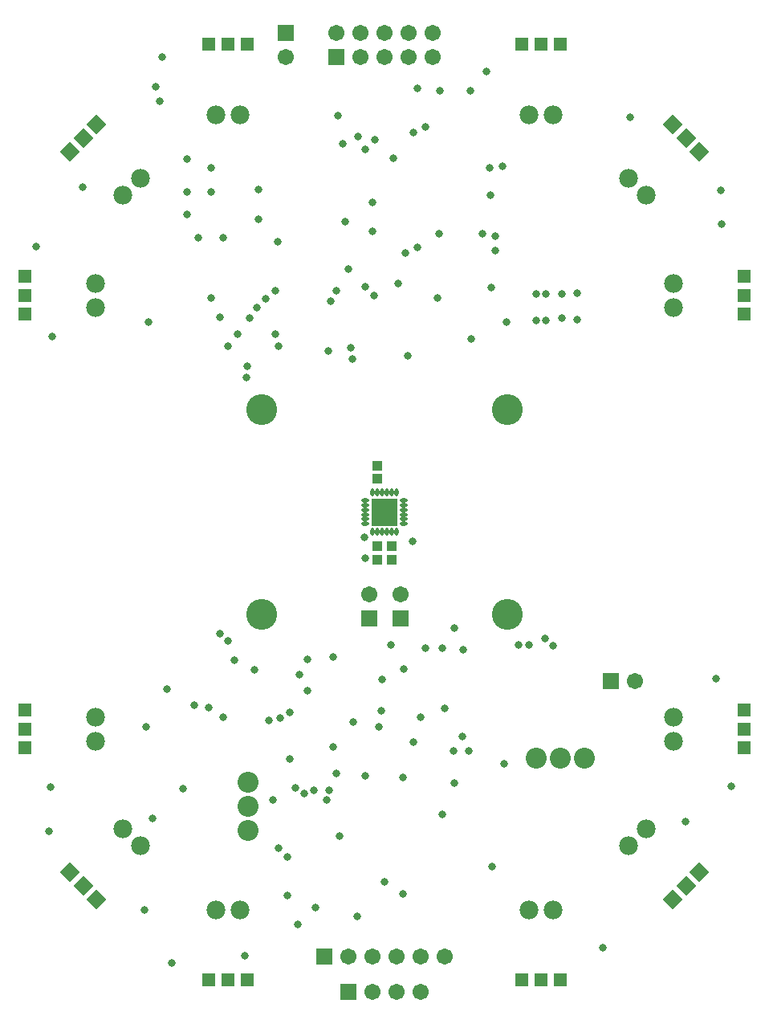
<source format=gbs>
%FSLAX25Y25*%
%MOIN*%
G70*
G01*
G75*
G04 Layer_Color=16711935*
%ADD10R,0.06299X0.11811*%
%ADD11R,0.04921X0.21654*%
%ADD12R,0.03543X0.02756*%
%ADD13R,0.03150X0.01575*%
%ADD14R,0.01772X0.01772*%
%ADD15R,0.01575X0.01772*%
%ADD16R,0.06299X0.10630*%
G04:AMPARAMS|DCode=17|XSize=35.43mil|YSize=31.5mil|CornerRadius=0mil|HoleSize=0mil|Usage=FLASHONLY|Rotation=135.000|XOffset=0mil|YOffset=0mil|HoleType=Round|Shape=Rectangle|*
%AMROTATEDRECTD17*
4,1,4,0.02366,-0.00139,0.00139,-0.02366,-0.02366,0.00139,-0.00139,0.02366,0.02366,-0.00139,0.0*
%
%ADD17ROTATEDRECTD17*%

%ADD18R,0.09843X0.06693*%
%ADD19R,0.03543X0.03150*%
%ADD20R,0.06299X0.12992*%
%ADD21R,0.06299X0.05118*%
%ADD22R,0.03937X0.04331*%
%ADD23R,0.03150X0.03543*%
G04:AMPARAMS|DCode=24|XSize=35.43mil|YSize=31.5mil|CornerRadius=0mil|HoleSize=0mil|Usage=FLASHONLY|Rotation=225.000|XOffset=0mil|YOffset=0mil|HoleType=Round|Shape=Rectangle|*
%AMROTATEDRECTD24*
4,1,4,0.00139,0.02366,0.02366,0.00139,-0.00139,-0.02366,-0.02366,-0.00139,0.00139,0.02366,0.0*
%
%ADD24ROTATEDRECTD24*%

%ADD25O,0.01378X0.06693*%
%ADD26R,0.02756X0.03543*%
G04:AMPARAMS|DCode=27|XSize=35.43mil|YSize=27.56mil|CornerRadius=0mil|HoleSize=0mil|Usage=FLASHONLY|Rotation=315.000|XOffset=0mil|YOffset=0mil|HoleType=Round|Shape=Rectangle|*
%AMROTATEDRECTD27*
4,1,4,-0.02227,0.00278,-0.00278,0.02227,0.02227,-0.00278,0.00278,-0.02227,-0.02227,0.00278,0.0*
%
%ADD27ROTATEDRECTD27*%

G04:AMPARAMS|DCode=28|XSize=35.43mil|YSize=27.56mil|CornerRadius=0mil|HoleSize=0mil|Usage=FLASHONLY|Rotation=45.000|XOffset=0mil|YOffset=0mil|HoleType=Round|Shape=Rectangle|*
%AMROTATEDRECTD28*
4,1,4,-0.00278,-0.02227,-0.02227,-0.00278,0.00278,0.02227,0.02227,0.00278,-0.00278,-0.02227,0.0*
%
%ADD28ROTATEDRECTD28*%

G04:AMPARAMS|DCode=29|XSize=15.75mil|YSize=31.5mil|CornerRadius=0mil|HoleSize=0mil|Usage=FLASHONLY|Rotation=225.000|XOffset=0mil|YOffset=0mil|HoleType=Round|Shape=Rectangle|*
%AMROTATEDRECTD29*
4,1,4,-0.00557,0.01670,0.01670,-0.00557,0.00557,-0.01670,-0.01670,0.00557,-0.00557,0.01670,0.0*
%
%ADD29ROTATEDRECTD29*%

%ADD30R,0.01575X0.03150*%
%ADD31O,0.02165X0.06890*%
%ADD32O,0.06890X0.02165*%
%ADD33R,0.03937X0.03937*%
%ADD34R,0.03937X0.03937*%
%ADD35C,0.01000*%
%ADD36C,0.02000*%
%ADD37C,0.03000*%
%ADD38C,0.12000*%
%ADD39R,0.05906X0.05906*%
%ADD40C,0.05906*%
%ADD41R,0.05906X0.05906*%
%ADD42R,0.04921X0.04921*%
%ADD43P,0.06960X4X180.0*%
%ADD44R,0.04921X0.04921*%
%ADD45P,0.06960X4X270.0*%
%ADD46C,0.07000*%
%ADD47C,0.07874*%
%ADD48C,0.02500*%
%ADD49O,0.02362X0.00984*%
%ADD50O,0.00984X0.02362*%
%ADD51R,0.10236X0.10630*%
%ADD52C,0.00984*%
%ADD53C,0.02362*%
%ADD54C,0.00394*%
%ADD55C,0.00500*%
%ADD56C,0.00787*%
%ADD57C,0.00800*%
%ADD58R,0.03150X0.03543*%
%ADD59R,0.07099X0.12611*%
%ADD60R,0.05721X0.22453*%
%ADD61R,0.04343X0.03556*%
%ADD62R,0.03950X0.02375*%
%ADD63R,0.02572X0.02572*%
%ADD64R,0.02375X0.02572*%
%ADD65R,0.07099X0.11430*%
G04:AMPARAMS|DCode=66|XSize=43.43mil|YSize=39.5mil|CornerRadius=0mil|HoleSize=0mil|Usage=FLASHONLY|Rotation=135.000|XOffset=0mil|YOffset=0mil|HoleType=Round|Shape=Rectangle|*
%AMROTATEDRECTD66*
4,1,4,0.02932,-0.00139,0.00139,-0.02932,-0.02932,0.00139,-0.00139,0.02932,0.02932,-0.00139,0.0*
%
%ADD66ROTATEDRECTD66*%

%ADD67R,0.10642X0.07493*%
%ADD68R,0.04343X0.03950*%
%ADD69R,0.07099X0.13792*%
%ADD70R,0.07099X0.05918*%
%ADD71R,0.04737X0.05131*%
%ADD72R,0.03950X0.04343*%
G04:AMPARAMS|DCode=73|XSize=43.43mil|YSize=39.5mil|CornerRadius=0mil|HoleSize=0mil|Usage=FLASHONLY|Rotation=225.000|XOffset=0mil|YOffset=0mil|HoleType=Round|Shape=Rectangle|*
%AMROTATEDRECTD73*
4,1,4,0.00139,0.02932,0.02932,0.00139,-0.00139,-0.02932,-0.02932,-0.00139,0.00139,0.02932,0.0*
%
%ADD73ROTATEDRECTD73*%

%ADD74O,0.02178X0.07493*%
%ADD75R,0.03556X0.04343*%
G04:AMPARAMS|DCode=76|XSize=43.43mil|YSize=35.56mil|CornerRadius=0mil|HoleSize=0mil|Usage=FLASHONLY|Rotation=315.000|XOffset=0mil|YOffset=0mil|HoleType=Round|Shape=Rectangle|*
%AMROTATEDRECTD76*
4,1,4,-0.02793,0.00278,-0.00278,0.02793,0.02793,-0.00278,0.00278,-0.02793,-0.02793,0.00278,0.0*
%
%ADD76ROTATEDRECTD76*%

G04:AMPARAMS|DCode=77|XSize=43.43mil|YSize=35.56mil|CornerRadius=0mil|HoleSize=0mil|Usage=FLASHONLY|Rotation=45.000|XOffset=0mil|YOffset=0mil|HoleType=Round|Shape=Rectangle|*
%AMROTATEDRECTD77*
4,1,4,-0.00278,-0.02793,-0.02793,-0.00278,0.00278,0.02793,0.02793,0.00278,-0.00278,-0.02793,0.0*
%
%ADD77ROTATEDRECTD77*%

G04:AMPARAMS|DCode=78|XSize=23.75mil|YSize=39.5mil|CornerRadius=0mil|HoleSize=0mil|Usage=FLASHONLY|Rotation=225.000|XOffset=0mil|YOffset=0mil|HoleType=Round|Shape=Rectangle|*
%AMROTATEDRECTD78*
4,1,4,-0.00557,0.02236,0.02236,-0.00557,0.00557,-0.02236,-0.02236,0.00557,-0.00557,0.02236,0.0*
%
%ADD78ROTATEDRECTD78*%

%ADD79R,0.02375X0.03950*%
%ADD80O,0.02965X0.07690*%
%ADD81O,0.07690X0.02965*%
%ADD82R,0.04737X0.04737*%
%ADD83R,0.04737X0.04737*%
%ADD84C,0.12800*%
%ADD85R,0.06706X0.06706*%
%ADD86C,0.06706*%
%ADD87R,0.06706X0.06706*%
%ADD88R,0.05721X0.05721*%
%ADD89P,0.08091X4X180.0*%
%ADD90R,0.05721X0.05721*%
%ADD91P,0.08091X4X270.0*%
%ADD92C,0.07800*%
%ADD93C,0.08674*%
%ADD94C,0.03300*%
%ADD95O,0.03162X0.01784*%
%ADD96O,0.01784X0.03162*%
%ADD97R,0.11036X0.11430*%
D68*
X-3000Y19256D02*
D03*
Y13744D02*
D03*
X-3000Y-19756D02*
D03*
Y-14244D02*
D03*
X3000Y-19756D02*
D03*
Y-14244D02*
D03*
D84*
X51000Y42500D02*
D03*
Y-42500D02*
D03*
X-51000D02*
D03*
Y42500D02*
D03*
D85*
X-25000Y-184500D02*
D03*
X94000Y-70000D02*
D03*
X-15000Y-199000D02*
D03*
X-20000Y189000D02*
D03*
D86*
X-15000Y-184500D02*
D03*
X-5000D02*
D03*
X5000D02*
D03*
X15000D02*
D03*
X25000D02*
D03*
X104000Y-70000D02*
D03*
X-6500Y-34000D02*
D03*
X6500D02*
D03*
X15000Y-199000D02*
D03*
X5000D02*
D03*
X-5000D02*
D03*
X20000Y199000D02*
D03*
Y189000D02*
D03*
X10000Y199000D02*
D03*
Y189000D02*
D03*
X0Y199000D02*
D03*
Y189000D02*
D03*
X-10000Y199000D02*
D03*
Y189000D02*
D03*
X-20000Y199000D02*
D03*
X-41000Y189000D02*
D03*
D87*
X-6500Y-44000D02*
D03*
X6500D02*
D03*
X-41000Y199000D02*
D03*
D88*
X149232Y90000D02*
D03*
Y97874D02*
D03*
Y82126D02*
D03*
X-149232Y90000D02*
D03*
Y82126D02*
D03*
Y97874D02*
D03*
X149232Y-90000D02*
D03*
Y-82126D02*
D03*
Y-97874D02*
D03*
X-149232Y-90000D02*
D03*
Y-97874D02*
D03*
Y-82126D02*
D03*
D89*
X125189Y155189D02*
D03*
X119622Y160757D02*
D03*
X130757Y149622D02*
D03*
X-125189Y-155189D02*
D03*
X-119622Y-160757D02*
D03*
X-130757Y-149622D02*
D03*
D90*
X65000Y194232D02*
D03*
X57126D02*
D03*
X72874D02*
D03*
X-65000D02*
D03*
X-72874D02*
D03*
X-57126D02*
D03*
X65000Y-194232D02*
D03*
X72874D02*
D03*
X57126D02*
D03*
X-65000D02*
D03*
X-57126D02*
D03*
X-72874D02*
D03*
D91*
X-125189Y155189D02*
D03*
X-130757Y149622D02*
D03*
X-119622Y160757D02*
D03*
X125189Y-155189D02*
D03*
X130757Y-149622D02*
D03*
X119622Y-160757D02*
D03*
D92*
X60000Y165000D02*
D03*
X70000D02*
D03*
X-108536Y131465D02*
D03*
X-101464Y138535D02*
D03*
X120000Y95000D02*
D03*
Y85000D02*
D03*
X-70000Y165000D02*
D03*
X-60000D02*
D03*
X101464Y138535D02*
D03*
X108536Y131465D02*
D03*
X-120000Y85000D02*
D03*
Y95000D02*
D03*
X70000Y-165000D02*
D03*
X60000D02*
D03*
X108536Y-131465D02*
D03*
X101464Y-138535D02*
D03*
X-120000Y-95000D02*
D03*
Y-85000D02*
D03*
X-60000Y-165000D02*
D03*
X-70000D02*
D03*
X-101464Y-138535D02*
D03*
X-108536Y-131465D02*
D03*
X120000Y-85000D02*
D03*
Y-95000D02*
D03*
D93*
X-56563Y-112000D02*
D03*
Y-132000D02*
D03*
Y-122000D02*
D03*
X63000Y-102063D02*
D03*
X83000D02*
D03*
X73000D02*
D03*
D94*
X-8500Y-10500D02*
D03*
X-8000Y-19000D02*
D03*
X15000Y-85000D02*
D03*
X-1500Y-82500D02*
D03*
X-2500Y-89000D02*
D03*
X49500Y-104500D02*
D03*
X32500Y-57000D02*
D03*
X-67000Y-85000D02*
D03*
X-73000Y-81000D02*
D03*
X-54063Y-65563D02*
D03*
X29000Y-48000D02*
D03*
X25000Y-81500D02*
D03*
X-57500Y56000D02*
D03*
X-48000Y-86500D02*
D03*
X-43500Y-85500D02*
D03*
X-33500Y-116750D02*
D03*
X7500Y-158500D02*
D03*
X-11248Y-167748D02*
D03*
X-57000Y60500D02*
D03*
X-65000Y69000D02*
D03*
X-44000D02*
D03*
X-4500Y90000D02*
D03*
X5500Y95000D02*
D03*
X22000Y89000D02*
D03*
X-61000Y74000D02*
D03*
X-138000Y73000D02*
D03*
X-62500Y-61500D02*
D03*
X80000Y91000D02*
D03*
X63000Y90500D02*
D03*
Y79500D02*
D03*
X55500Y-55000D02*
D03*
X67000Y79500D02*
D03*
X60000Y-55000D02*
D03*
X70000Y-55500D02*
D03*
X73500Y80500D02*
D03*
Y90500D02*
D03*
X-16500Y120500D02*
D03*
X67000Y90500D02*
D03*
X13500Y110000D02*
D03*
X8500Y107500D02*
D03*
X80000Y80000D02*
D03*
X66500Y-52500D02*
D03*
X-5000Y116500D02*
D03*
Y128500D02*
D03*
X-67000Y114000D02*
D03*
X-77500D02*
D03*
X46000Y114500D02*
D03*
Y108500D02*
D03*
X43500Y143000D02*
D03*
X-52500Y121500D02*
D03*
X-8000Y93500D02*
D03*
X-15000Y101000D02*
D03*
X11500Y-12000D02*
D03*
X-65000Y-53500D02*
D03*
X-40447Y-159000D02*
D03*
Y-143000D02*
D03*
X-32000Y-74000D02*
D03*
X-35500Y-67500D02*
D03*
X-37000Y-114500D02*
D03*
X-44000Y-139500D02*
D03*
X-36000Y-171000D02*
D03*
X0Y-153500D02*
D03*
X-56000Y80500D02*
D03*
X-39500Y-83000D02*
D03*
X-53000Y85000D02*
D03*
X-39500Y-102500D02*
D03*
X-96500Y-127000D02*
D03*
X-45500Y74000D02*
D03*
X-22500Y87500D02*
D03*
X22500Y115500D02*
D03*
X-45500Y92000D02*
D03*
X-20000D02*
D03*
X-68500Y81000D02*
D03*
X-72000Y89000D02*
D03*
Y133000D02*
D03*
Y143000D02*
D03*
X3500Y147000D02*
D03*
X-68500Y-50500D02*
D03*
X-32000Y-61000D02*
D03*
X-99000Y-89000D02*
D03*
X-21500Y-97500D02*
D03*
X-23000Y-115500D02*
D03*
X-29500D02*
D03*
X-139500Y-132500D02*
D03*
X-83850Y-114850D02*
D03*
X-79000Y-80000D02*
D03*
X24000Y-56500D02*
D03*
X17000D02*
D03*
X2761Y-55239D02*
D03*
X8000Y-65000D02*
D03*
X29000Y-112500D02*
D03*
X12000Y-95500D02*
D03*
X-13000Y-87000D02*
D03*
X28500Y-99000D02*
D03*
X32244Y-93256D02*
D03*
X-20000Y-108500D02*
D03*
X-46500Y-119500D02*
D03*
X-21500Y-60000D02*
D03*
X-90453Y-73547D02*
D03*
X-13500Y63500D02*
D03*
X-14173Y68173D02*
D03*
X-17244Y152756D02*
D03*
X-44256Y112256D02*
D03*
X-23256Y66744D02*
D03*
X9744Y64756D02*
D03*
X44244Y93244D02*
D03*
X-11024Y155976D02*
D03*
X-19500Y164453D02*
D03*
X17000Y160000D02*
D03*
X-7874Y150374D02*
D03*
X-4000Y154500D02*
D03*
X13500Y176000D02*
D03*
X-94968Y176532D02*
D03*
X-144693Y110307D02*
D03*
X-82000Y123500D02*
D03*
Y133000D02*
D03*
Y146500D02*
D03*
X-93500Y170500D02*
D03*
X23000Y175000D02*
D03*
X35500D02*
D03*
X139500Y133500D02*
D03*
X49000Y143500D02*
D03*
X44000Y131500D02*
D03*
X12000Y157500D02*
D03*
X36000Y72000D02*
D03*
X50500Y79000D02*
D03*
X-1000Y-69500D02*
D03*
X-28744Y-164256D02*
D03*
X23968Y-125531D02*
D03*
X-18846Y-134346D02*
D03*
X-23968Y-119468D02*
D03*
X44500Y-147000D02*
D03*
X143846Y-113847D02*
D03*
X-88346Y-187153D02*
D03*
X7500Y-110000D02*
D03*
X35000Y-99000D02*
D03*
X-8000Y-109500D02*
D03*
X-52500Y134000D02*
D03*
X-49500Y88500D02*
D03*
X102000Y164000D02*
D03*
X40500Y115500D02*
D03*
X125000Y-128500D02*
D03*
X90756Y-180744D02*
D03*
X-58000Y-184000D02*
D03*
X-99603Y-165000D02*
D03*
X137744Y-69244D02*
D03*
X-138744Y-114256D02*
D03*
X140000Y119500D02*
D03*
X42244Y182744D02*
D03*
X-92500Y189000D02*
D03*
X-125500Y135000D02*
D03*
X-98000Y79000D02*
D03*
D95*
X8071Y4921D02*
D03*
Y2953D02*
D03*
Y984D02*
D03*
Y-984D02*
D03*
Y-2953D02*
D03*
Y-4921D02*
D03*
X-8071D02*
D03*
Y-2953D02*
D03*
Y-984D02*
D03*
Y984D02*
D03*
Y2953D02*
D03*
Y4921D02*
D03*
D96*
X4921Y-8071D02*
D03*
X2953D02*
D03*
X984D02*
D03*
X-984D02*
D03*
X-2953D02*
D03*
X-4921D02*
D03*
Y8071D02*
D03*
X-2953D02*
D03*
X-984D02*
D03*
X984D02*
D03*
X2953D02*
D03*
X4921D02*
D03*
D97*
X0Y0D02*
D03*
M02*

</source>
